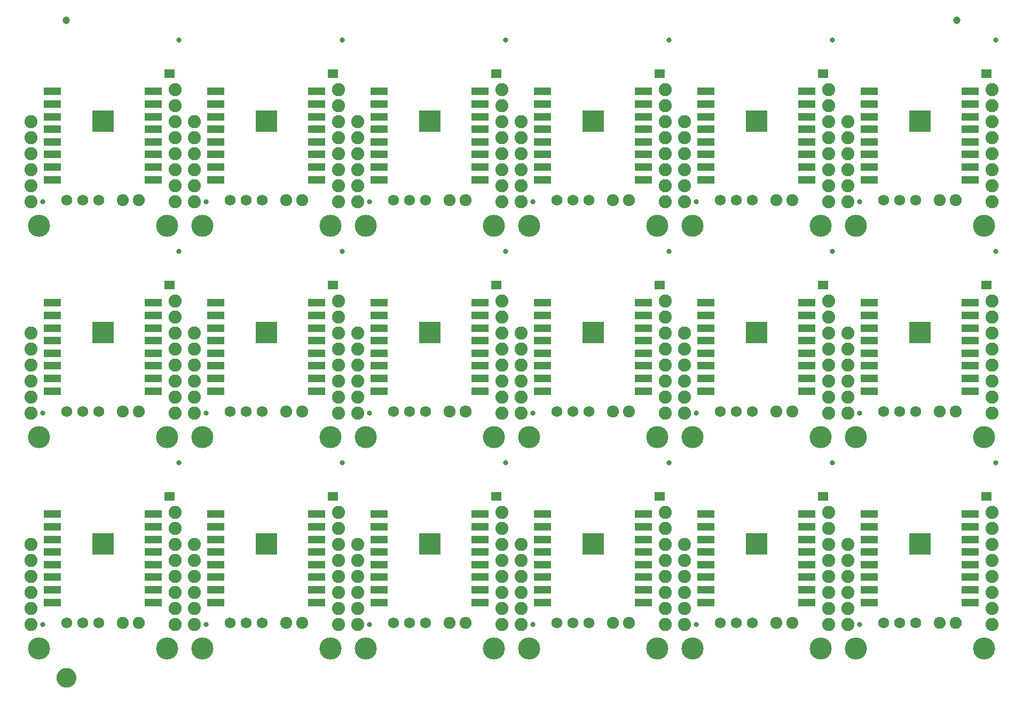
<source format=gbs>
G75*
%MOIN*%
%OFA0B0*%
%FSLAX25Y25*%
%IPPOS*%
%LPD*%
%AMOC8*
5,1,8,0,0,1.08239X$1,22.5*
%
%ADD10R,0.11036X0.05131*%
%ADD11R,0.13398X0.13398*%
%ADD12C,0.08200*%
%ADD13C,0.07550*%
%ADD14C,0.06800*%
%ADD15R,0.03300X0.05800*%
%ADD16C,0.03300*%
%ADD17C,0.13800*%
%ADD18C,0.04737*%
%ADD19C,0.05000*%
%ADD20C,0.06706*%
D10*
X0047254Y0067411D03*
X0047254Y0075285D03*
X0047254Y0083159D03*
X0047254Y0091033D03*
X0047254Y0098907D03*
X0047254Y0106781D03*
X0047254Y0114656D03*
X0047254Y0122530D03*
X0110246Y0122530D03*
X0110246Y0114656D03*
X0110246Y0106781D03*
X0110246Y0098907D03*
X0110246Y0091033D03*
X0110246Y0083159D03*
X0110246Y0075285D03*
X0110246Y0067411D03*
X0149254Y0067411D03*
X0149254Y0075285D03*
X0149254Y0083159D03*
X0149254Y0091033D03*
X0149254Y0098907D03*
X0149254Y0106781D03*
X0149254Y0114656D03*
X0149254Y0122530D03*
X0212246Y0122530D03*
X0212246Y0114656D03*
X0212246Y0106781D03*
X0212246Y0098907D03*
X0212246Y0091033D03*
X0212246Y0083159D03*
X0212246Y0075285D03*
X0212246Y0067411D03*
X0251254Y0067411D03*
X0251254Y0075285D03*
X0251254Y0083159D03*
X0251254Y0091033D03*
X0251254Y0098907D03*
X0251254Y0106781D03*
X0251254Y0114656D03*
X0251254Y0122530D03*
X0314246Y0122530D03*
X0314246Y0114656D03*
X0314246Y0106781D03*
X0314246Y0098907D03*
X0314246Y0091033D03*
X0314246Y0083159D03*
X0314246Y0075285D03*
X0314246Y0067411D03*
X0353254Y0067411D03*
X0353254Y0075285D03*
X0353254Y0083159D03*
X0353254Y0091033D03*
X0353254Y0098907D03*
X0353254Y0106781D03*
X0353254Y0114656D03*
X0353254Y0122530D03*
X0416246Y0122530D03*
X0416246Y0114656D03*
X0416246Y0106781D03*
X0416246Y0098907D03*
X0416246Y0091033D03*
X0416246Y0083159D03*
X0416246Y0075285D03*
X0416246Y0067411D03*
X0455254Y0067411D03*
X0455254Y0075285D03*
X0455254Y0083159D03*
X0455254Y0091033D03*
X0455254Y0098907D03*
X0455254Y0106781D03*
X0455254Y0114656D03*
X0455254Y0122530D03*
X0518246Y0122530D03*
X0518246Y0114656D03*
X0518246Y0106781D03*
X0518246Y0098907D03*
X0518246Y0091033D03*
X0518246Y0083159D03*
X0518246Y0075285D03*
X0518246Y0067411D03*
X0557254Y0067411D03*
X0557254Y0075285D03*
X0557254Y0083159D03*
X0557254Y0091033D03*
X0557254Y0098907D03*
X0557254Y0106781D03*
X0557254Y0114656D03*
X0557254Y0122530D03*
X0620246Y0122530D03*
X0620246Y0114656D03*
X0620246Y0106781D03*
X0620246Y0098907D03*
X0620246Y0091033D03*
X0620246Y0083159D03*
X0620246Y0075285D03*
X0620246Y0067411D03*
X0620246Y0199411D03*
X0620246Y0207285D03*
X0620246Y0215159D03*
X0620246Y0223033D03*
X0620246Y0230907D03*
X0620246Y0238781D03*
X0620246Y0246656D03*
X0620246Y0254530D03*
X0557254Y0254530D03*
X0557254Y0246656D03*
X0557254Y0238781D03*
X0557254Y0230907D03*
X0557254Y0223033D03*
X0557254Y0215159D03*
X0557254Y0207285D03*
X0557254Y0199411D03*
X0518246Y0199411D03*
X0518246Y0207285D03*
X0518246Y0215159D03*
X0518246Y0223033D03*
X0518246Y0230907D03*
X0518246Y0238781D03*
X0518246Y0246656D03*
X0518246Y0254530D03*
X0455254Y0254530D03*
X0455254Y0246656D03*
X0455254Y0238781D03*
X0455254Y0230907D03*
X0455254Y0223033D03*
X0455254Y0215159D03*
X0455254Y0207285D03*
X0455254Y0199411D03*
X0416246Y0199411D03*
X0416246Y0207285D03*
X0416246Y0215159D03*
X0416246Y0223033D03*
X0416246Y0230907D03*
X0416246Y0238781D03*
X0416246Y0246656D03*
X0416246Y0254530D03*
X0353254Y0254530D03*
X0353254Y0246656D03*
X0353254Y0238781D03*
X0353254Y0230907D03*
X0353254Y0223033D03*
X0353254Y0215159D03*
X0353254Y0207285D03*
X0353254Y0199411D03*
X0314246Y0199411D03*
X0314246Y0207285D03*
X0314246Y0215159D03*
X0314246Y0223033D03*
X0314246Y0230907D03*
X0314246Y0238781D03*
X0314246Y0246656D03*
X0314246Y0254530D03*
X0251254Y0254530D03*
X0251254Y0246656D03*
X0251254Y0238781D03*
X0251254Y0230907D03*
X0251254Y0223033D03*
X0251254Y0215159D03*
X0251254Y0207285D03*
X0251254Y0199411D03*
X0212246Y0199411D03*
X0212246Y0207285D03*
X0212246Y0215159D03*
X0212246Y0223033D03*
X0212246Y0230907D03*
X0212246Y0238781D03*
X0212246Y0246656D03*
X0212246Y0254530D03*
X0149254Y0254530D03*
X0149254Y0246656D03*
X0149254Y0238781D03*
X0149254Y0230907D03*
X0149254Y0223033D03*
X0149254Y0215159D03*
X0149254Y0207285D03*
X0149254Y0199411D03*
X0110246Y0199411D03*
X0110246Y0207285D03*
X0110246Y0215159D03*
X0110246Y0223033D03*
X0110246Y0230907D03*
X0110246Y0238781D03*
X0110246Y0246656D03*
X0110246Y0254530D03*
X0047254Y0254530D03*
X0047254Y0246656D03*
X0047254Y0238781D03*
X0047254Y0230907D03*
X0047254Y0223033D03*
X0047254Y0215159D03*
X0047254Y0207285D03*
X0047254Y0199411D03*
X0047254Y0331411D03*
X0047254Y0339285D03*
X0047254Y0347159D03*
X0047254Y0355033D03*
X0047254Y0362907D03*
X0047254Y0370781D03*
X0047254Y0378656D03*
X0047254Y0386530D03*
X0110246Y0386530D03*
X0110246Y0378656D03*
X0110246Y0370781D03*
X0110246Y0362907D03*
X0110246Y0355033D03*
X0110246Y0347159D03*
X0110246Y0339285D03*
X0110246Y0331411D03*
X0149254Y0331411D03*
X0149254Y0339285D03*
X0149254Y0347159D03*
X0149254Y0355033D03*
X0149254Y0362907D03*
X0149254Y0370781D03*
X0149254Y0378656D03*
X0149254Y0386530D03*
X0212246Y0386530D03*
X0212246Y0378656D03*
X0212246Y0370781D03*
X0212246Y0362907D03*
X0212246Y0355033D03*
X0212246Y0347159D03*
X0212246Y0339285D03*
X0212246Y0331411D03*
X0251254Y0331411D03*
X0251254Y0339285D03*
X0251254Y0347159D03*
X0251254Y0355033D03*
X0251254Y0362907D03*
X0251254Y0370781D03*
X0251254Y0378656D03*
X0251254Y0386530D03*
X0314246Y0386530D03*
X0314246Y0378656D03*
X0314246Y0370781D03*
X0314246Y0362907D03*
X0314246Y0355033D03*
X0314246Y0347159D03*
X0314246Y0339285D03*
X0314246Y0331411D03*
X0353254Y0331411D03*
X0353254Y0339285D03*
X0353254Y0347159D03*
X0353254Y0355033D03*
X0353254Y0362907D03*
X0353254Y0370781D03*
X0353254Y0378656D03*
X0353254Y0386530D03*
X0416246Y0386530D03*
X0416246Y0378656D03*
X0416246Y0370781D03*
X0416246Y0362907D03*
X0416246Y0355033D03*
X0416246Y0347159D03*
X0416246Y0339285D03*
X0416246Y0331411D03*
X0455254Y0331411D03*
X0455254Y0339285D03*
X0455254Y0347159D03*
X0455254Y0355033D03*
X0455254Y0362907D03*
X0455254Y0370781D03*
X0455254Y0378656D03*
X0455254Y0386530D03*
X0518246Y0386530D03*
X0518246Y0378656D03*
X0518246Y0370781D03*
X0518246Y0362907D03*
X0518246Y0355033D03*
X0518246Y0347159D03*
X0518246Y0339285D03*
X0518246Y0331411D03*
X0557254Y0331411D03*
X0557254Y0339285D03*
X0557254Y0347159D03*
X0557254Y0355033D03*
X0557254Y0362907D03*
X0557254Y0370781D03*
X0557254Y0378656D03*
X0557254Y0386530D03*
X0620246Y0386530D03*
X0620246Y0378656D03*
X0620246Y0370781D03*
X0620246Y0362907D03*
X0620246Y0355033D03*
X0620246Y0347159D03*
X0620246Y0339285D03*
X0620246Y0331411D03*
D11*
X0588750Y0368026D03*
X0486750Y0368026D03*
X0384750Y0368026D03*
X0282750Y0368026D03*
X0180750Y0368026D03*
X0078750Y0368026D03*
X0078750Y0236026D03*
X0180750Y0236026D03*
X0282750Y0236026D03*
X0384750Y0236026D03*
X0486750Y0236026D03*
X0588750Y0236026D03*
X0588750Y0104026D03*
X0486750Y0104026D03*
X0384750Y0104026D03*
X0282750Y0104026D03*
X0180750Y0104026D03*
X0078750Y0104026D03*
D12*
X0033750Y0103750D03*
X0033750Y0093750D03*
X0033750Y0083750D03*
X0033750Y0073750D03*
X0033750Y0063750D03*
X0033750Y0053750D03*
X0123750Y0053750D03*
X0123750Y0063750D03*
X0135750Y0063750D03*
X0135750Y0053750D03*
X0135750Y0073750D03*
X0135750Y0083750D03*
X0135750Y0093750D03*
X0135750Y0103750D03*
X0123750Y0103750D03*
X0123750Y0093750D03*
X0123750Y0083750D03*
X0123750Y0073750D03*
X0123750Y0113750D03*
X0123750Y0123750D03*
X0123750Y0185750D03*
X0123750Y0195750D03*
X0123750Y0205750D03*
X0123750Y0215750D03*
X0123750Y0225750D03*
X0123750Y0235750D03*
X0135750Y0235750D03*
X0135750Y0225750D03*
X0135750Y0215750D03*
X0135750Y0205750D03*
X0135750Y0195750D03*
X0135750Y0185750D03*
X0225750Y0185750D03*
X0225750Y0195750D03*
X0225750Y0205750D03*
X0225750Y0215750D03*
X0225750Y0225750D03*
X0225750Y0235750D03*
X0237750Y0235750D03*
X0237750Y0225750D03*
X0237750Y0215750D03*
X0237750Y0205750D03*
X0237750Y0195750D03*
X0237750Y0185750D03*
X0225750Y0123750D03*
X0225750Y0113750D03*
X0225750Y0103750D03*
X0225750Y0093750D03*
X0225750Y0083750D03*
X0225750Y0073750D03*
X0237750Y0073750D03*
X0237750Y0083750D03*
X0237750Y0093750D03*
X0237750Y0103750D03*
X0237750Y0063750D03*
X0237750Y0053750D03*
X0225750Y0053750D03*
X0225750Y0063750D03*
X0327750Y0063750D03*
X0339750Y0063750D03*
X0339750Y0053750D03*
X0327750Y0053750D03*
X0327750Y0073750D03*
X0339750Y0073750D03*
X0339750Y0083750D03*
X0327750Y0083750D03*
X0327750Y0093750D03*
X0339750Y0093750D03*
X0339750Y0103750D03*
X0327750Y0103750D03*
X0327750Y0113750D03*
X0327750Y0123750D03*
X0327750Y0185750D03*
X0339750Y0185750D03*
X0339750Y0195750D03*
X0327750Y0195750D03*
X0327750Y0205750D03*
X0339750Y0205750D03*
X0339750Y0215750D03*
X0327750Y0215750D03*
X0327750Y0225750D03*
X0339750Y0225750D03*
X0339750Y0235750D03*
X0327750Y0235750D03*
X0327750Y0245750D03*
X0327750Y0255750D03*
X0327750Y0317750D03*
X0339750Y0317750D03*
X0339750Y0327750D03*
X0327750Y0327750D03*
X0327750Y0337750D03*
X0339750Y0337750D03*
X0339750Y0347750D03*
X0327750Y0347750D03*
X0327750Y0357750D03*
X0339750Y0357750D03*
X0339750Y0367750D03*
X0327750Y0367750D03*
X0327750Y0377750D03*
X0327750Y0387750D03*
X0237750Y0367750D03*
X0237750Y0357750D03*
X0237750Y0347750D03*
X0237750Y0337750D03*
X0237750Y0327750D03*
X0237750Y0317750D03*
X0225750Y0317750D03*
X0225750Y0327750D03*
X0225750Y0337750D03*
X0225750Y0347750D03*
X0225750Y0357750D03*
X0225750Y0367750D03*
X0225750Y0377750D03*
X0225750Y0387750D03*
X0135750Y0367750D03*
X0135750Y0357750D03*
X0135750Y0347750D03*
X0135750Y0337750D03*
X0135750Y0327750D03*
X0135750Y0317750D03*
X0123750Y0317750D03*
X0123750Y0327750D03*
X0123750Y0337750D03*
X0123750Y0347750D03*
X0123750Y0357750D03*
X0123750Y0367750D03*
X0123750Y0377750D03*
X0123750Y0387750D03*
X0033750Y0367750D03*
X0033750Y0357750D03*
X0033750Y0347750D03*
X0033750Y0337750D03*
X0033750Y0327750D03*
X0033750Y0317750D03*
X0123750Y0255750D03*
X0123750Y0245750D03*
X0033750Y0235750D03*
X0033750Y0225750D03*
X0033750Y0215750D03*
X0033750Y0205750D03*
X0033750Y0195750D03*
X0033750Y0185750D03*
X0225750Y0245750D03*
X0225750Y0255750D03*
X0429750Y0255750D03*
X0429750Y0245750D03*
X0429750Y0235750D03*
X0429750Y0225750D03*
X0429750Y0215750D03*
X0429750Y0205750D03*
X0429750Y0195750D03*
X0429750Y0185750D03*
X0441750Y0185750D03*
X0441750Y0195750D03*
X0441750Y0205750D03*
X0441750Y0215750D03*
X0441750Y0225750D03*
X0441750Y0235750D03*
X0531750Y0235750D03*
X0531750Y0225750D03*
X0531750Y0215750D03*
X0531750Y0205750D03*
X0531750Y0195750D03*
X0531750Y0185750D03*
X0543750Y0185750D03*
X0543750Y0195750D03*
X0543750Y0205750D03*
X0543750Y0215750D03*
X0543750Y0225750D03*
X0543750Y0235750D03*
X0531750Y0245750D03*
X0531750Y0255750D03*
X0531750Y0317750D03*
X0531750Y0327750D03*
X0531750Y0337750D03*
X0531750Y0347750D03*
X0531750Y0357750D03*
X0531750Y0367750D03*
X0531750Y0377750D03*
X0531750Y0387750D03*
X0543750Y0367750D03*
X0543750Y0357750D03*
X0543750Y0347750D03*
X0543750Y0337750D03*
X0543750Y0327750D03*
X0543750Y0317750D03*
X0633750Y0317750D03*
X0633750Y0327750D03*
X0633750Y0337750D03*
X0633750Y0347750D03*
X0633750Y0357750D03*
X0633750Y0367750D03*
X0633750Y0377750D03*
X0633750Y0387750D03*
X0633750Y0255750D03*
X0633750Y0245750D03*
X0633750Y0235750D03*
X0633750Y0225750D03*
X0633750Y0215750D03*
X0633750Y0205750D03*
X0633750Y0195750D03*
X0633750Y0185750D03*
X0633750Y0123750D03*
X0633750Y0113750D03*
X0633750Y0103750D03*
X0633750Y0093750D03*
X0633750Y0083750D03*
X0633750Y0073750D03*
X0633750Y0063750D03*
X0633750Y0053750D03*
X0543750Y0053750D03*
X0543750Y0063750D03*
X0531750Y0063750D03*
X0531750Y0053750D03*
X0531750Y0073750D03*
X0531750Y0083750D03*
X0531750Y0093750D03*
X0531750Y0103750D03*
X0531750Y0113750D03*
X0531750Y0123750D03*
X0543750Y0103750D03*
X0543750Y0093750D03*
X0543750Y0083750D03*
X0543750Y0073750D03*
X0441750Y0073750D03*
X0441750Y0083750D03*
X0441750Y0093750D03*
X0441750Y0103750D03*
X0429750Y0103750D03*
X0429750Y0093750D03*
X0429750Y0083750D03*
X0429750Y0073750D03*
X0429750Y0063750D03*
X0429750Y0053750D03*
X0441750Y0053750D03*
X0441750Y0063750D03*
X0429750Y0113750D03*
X0429750Y0123750D03*
X0429750Y0317750D03*
X0429750Y0327750D03*
X0429750Y0337750D03*
X0429750Y0347750D03*
X0429750Y0357750D03*
X0429750Y0367750D03*
X0429750Y0377750D03*
X0429750Y0387750D03*
X0441750Y0367750D03*
X0441750Y0357750D03*
X0441750Y0347750D03*
X0441750Y0337750D03*
X0441750Y0327750D03*
X0441750Y0317750D03*
D13*
X0407250Y0318750D03*
X0397250Y0318750D03*
X0305250Y0318750D03*
X0295250Y0318750D03*
X0203250Y0318750D03*
X0193250Y0318750D03*
X0101250Y0318750D03*
X0091250Y0318750D03*
X0091250Y0186750D03*
X0101250Y0186750D03*
X0193250Y0186750D03*
X0203250Y0186750D03*
X0295250Y0186750D03*
X0305250Y0186750D03*
X0397250Y0186750D03*
X0407250Y0186750D03*
X0499250Y0186750D03*
X0509250Y0186750D03*
X0601250Y0186750D03*
X0611250Y0186750D03*
X0611250Y0318750D03*
X0601250Y0318750D03*
X0509250Y0318750D03*
X0499250Y0318750D03*
X0499250Y0054750D03*
X0509250Y0054750D03*
X0601250Y0054750D03*
X0611250Y0054750D03*
X0407250Y0054750D03*
X0397250Y0054750D03*
X0305250Y0054750D03*
X0295250Y0054750D03*
X0203250Y0054750D03*
X0193250Y0054750D03*
X0101250Y0054750D03*
X0091250Y0054750D03*
D14*
X0076250Y0054750D03*
X0066250Y0054750D03*
X0056250Y0054750D03*
X0158250Y0054750D03*
X0168250Y0054750D03*
X0178250Y0054750D03*
X0260250Y0054750D03*
X0270250Y0054750D03*
X0280250Y0054750D03*
X0362250Y0054750D03*
X0372250Y0054750D03*
X0382250Y0054750D03*
X0464250Y0054750D03*
X0474250Y0054750D03*
X0484250Y0054750D03*
X0566250Y0054750D03*
X0576250Y0054750D03*
X0586250Y0054750D03*
X0586250Y0186750D03*
X0576250Y0186750D03*
X0566250Y0186750D03*
X0484250Y0186750D03*
X0474250Y0186750D03*
X0464250Y0186750D03*
X0382250Y0186750D03*
X0372250Y0186750D03*
X0362250Y0186750D03*
X0280250Y0186750D03*
X0270250Y0186750D03*
X0260250Y0186750D03*
X0178250Y0186750D03*
X0168250Y0186750D03*
X0158250Y0186750D03*
X0076250Y0186750D03*
X0066250Y0186750D03*
X0056250Y0186750D03*
X0056250Y0318750D03*
X0066250Y0318750D03*
X0076250Y0318750D03*
X0158250Y0318750D03*
X0168250Y0318750D03*
X0178250Y0318750D03*
X0260250Y0318750D03*
X0270250Y0318750D03*
X0280250Y0318750D03*
X0362250Y0318750D03*
X0372250Y0318750D03*
X0382250Y0318750D03*
X0464250Y0318750D03*
X0474250Y0318750D03*
X0484250Y0318750D03*
X0566250Y0318750D03*
X0576250Y0318750D03*
X0586250Y0318750D03*
D15*
X0628650Y0265750D03*
X0631850Y0265750D03*
X0529850Y0265750D03*
X0526650Y0265750D03*
X0427850Y0265750D03*
X0424650Y0265750D03*
X0325850Y0265750D03*
X0322650Y0265750D03*
X0223850Y0265750D03*
X0220650Y0265750D03*
X0121850Y0265750D03*
X0118650Y0265750D03*
X0118650Y0397750D03*
X0121850Y0397750D03*
X0220650Y0397750D03*
X0223850Y0397750D03*
X0322650Y0397750D03*
X0325850Y0397750D03*
X0424650Y0397750D03*
X0427850Y0397750D03*
X0526650Y0397750D03*
X0529850Y0397750D03*
X0628650Y0397750D03*
X0631850Y0397750D03*
X0631850Y0133750D03*
X0628650Y0133750D03*
X0529850Y0133750D03*
X0526650Y0133750D03*
X0427850Y0133750D03*
X0424650Y0133750D03*
X0325850Y0133750D03*
X0322650Y0133750D03*
X0223850Y0133750D03*
X0220650Y0133750D03*
X0121850Y0133750D03*
X0118650Y0133750D03*
D16*
X0126250Y0154750D03*
X0143250Y0185750D03*
X0228250Y0154750D03*
X0245250Y0185750D03*
X0330250Y0154750D03*
X0347250Y0185750D03*
X0432250Y0154750D03*
X0449250Y0185750D03*
X0534250Y0154750D03*
X0551250Y0185750D03*
X0636250Y0154750D03*
X0551250Y0053750D03*
X0449250Y0053750D03*
X0347250Y0053750D03*
X0245250Y0053750D03*
X0143250Y0053750D03*
X0041250Y0053750D03*
X0041250Y0185750D03*
X0126250Y0286750D03*
X0143250Y0317750D03*
X0228250Y0286750D03*
X0245250Y0317750D03*
X0330250Y0286750D03*
X0347250Y0317750D03*
X0432250Y0286750D03*
X0449250Y0317750D03*
X0534250Y0286750D03*
X0551250Y0317750D03*
X0636250Y0286750D03*
X0636250Y0418750D03*
X0534250Y0418750D03*
X0432250Y0418750D03*
X0330250Y0418750D03*
X0228250Y0418750D03*
X0126250Y0418750D03*
X0041250Y0317750D03*
D17*
X0038750Y0038750D03*
X0118750Y0038750D03*
X0140750Y0038750D03*
X0220750Y0038750D03*
X0242750Y0038750D03*
X0322750Y0038750D03*
X0344750Y0038750D03*
X0424750Y0038750D03*
X0446750Y0038750D03*
X0526750Y0038750D03*
X0548750Y0038750D03*
X0628750Y0038750D03*
X0628750Y0170750D03*
X0548750Y0170750D03*
X0526750Y0170750D03*
X0446750Y0170750D03*
X0424750Y0170750D03*
X0344750Y0170750D03*
X0322750Y0170750D03*
X0242750Y0170750D03*
X0220750Y0170750D03*
X0140750Y0170750D03*
X0118750Y0170750D03*
X0038750Y0170750D03*
X0038750Y0302750D03*
X0118750Y0302750D03*
X0140750Y0302750D03*
X0220750Y0302750D03*
X0242750Y0302750D03*
X0322750Y0302750D03*
X0344750Y0302750D03*
X0424750Y0302750D03*
X0446750Y0302750D03*
X0526750Y0302750D03*
X0548750Y0302750D03*
X0628750Y0302750D03*
D18*
X0611750Y0431000D03*
X0055750Y0431000D03*
D19*
X0052185Y0020500D02*
X0052187Y0020619D01*
X0052193Y0020738D01*
X0052203Y0020857D01*
X0052217Y0020975D01*
X0052235Y0021093D01*
X0052256Y0021210D01*
X0052282Y0021326D01*
X0052312Y0021442D01*
X0052345Y0021556D01*
X0052382Y0021669D01*
X0052423Y0021781D01*
X0052468Y0021892D01*
X0052516Y0022001D01*
X0052568Y0022108D01*
X0052624Y0022213D01*
X0052683Y0022317D01*
X0052745Y0022418D01*
X0052811Y0022518D01*
X0052880Y0022615D01*
X0052952Y0022709D01*
X0053028Y0022802D01*
X0053106Y0022891D01*
X0053187Y0022978D01*
X0053272Y0023063D01*
X0053359Y0023144D01*
X0053448Y0023222D01*
X0053541Y0023298D01*
X0053635Y0023370D01*
X0053732Y0023439D01*
X0053832Y0023505D01*
X0053933Y0023567D01*
X0054037Y0023626D01*
X0054142Y0023682D01*
X0054249Y0023734D01*
X0054358Y0023782D01*
X0054469Y0023827D01*
X0054581Y0023868D01*
X0054694Y0023905D01*
X0054808Y0023938D01*
X0054924Y0023968D01*
X0055040Y0023994D01*
X0055157Y0024015D01*
X0055275Y0024033D01*
X0055393Y0024047D01*
X0055512Y0024057D01*
X0055631Y0024063D01*
X0055750Y0024065D01*
X0055869Y0024063D01*
X0055988Y0024057D01*
X0056107Y0024047D01*
X0056225Y0024033D01*
X0056343Y0024015D01*
X0056460Y0023994D01*
X0056576Y0023968D01*
X0056692Y0023938D01*
X0056806Y0023905D01*
X0056919Y0023868D01*
X0057031Y0023827D01*
X0057142Y0023782D01*
X0057251Y0023734D01*
X0057358Y0023682D01*
X0057463Y0023626D01*
X0057567Y0023567D01*
X0057668Y0023505D01*
X0057768Y0023439D01*
X0057865Y0023370D01*
X0057959Y0023298D01*
X0058052Y0023222D01*
X0058141Y0023144D01*
X0058228Y0023063D01*
X0058313Y0022978D01*
X0058394Y0022891D01*
X0058472Y0022802D01*
X0058548Y0022709D01*
X0058620Y0022615D01*
X0058689Y0022518D01*
X0058755Y0022418D01*
X0058817Y0022317D01*
X0058876Y0022213D01*
X0058932Y0022108D01*
X0058984Y0022001D01*
X0059032Y0021892D01*
X0059077Y0021781D01*
X0059118Y0021669D01*
X0059155Y0021556D01*
X0059188Y0021442D01*
X0059218Y0021326D01*
X0059244Y0021210D01*
X0059265Y0021093D01*
X0059283Y0020975D01*
X0059297Y0020857D01*
X0059307Y0020738D01*
X0059313Y0020619D01*
X0059315Y0020500D01*
X0059313Y0020381D01*
X0059307Y0020262D01*
X0059297Y0020143D01*
X0059283Y0020025D01*
X0059265Y0019907D01*
X0059244Y0019790D01*
X0059218Y0019674D01*
X0059188Y0019558D01*
X0059155Y0019444D01*
X0059118Y0019331D01*
X0059077Y0019219D01*
X0059032Y0019108D01*
X0058984Y0018999D01*
X0058932Y0018892D01*
X0058876Y0018787D01*
X0058817Y0018683D01*
X0058755Y0018582D01*
X0058689Y0018482D01*
X0058620Y0018385D01*
X0058548Y0018291D01*
X0058472Y0018198D01*
X0058394Y0018109D01*
X0058313Y0018022D01*
X0058228Y0017937D01*
X0058141Y0017856D01*
X0058052Y0017778D01*
X0057959Y0017702D01*
X0057865Y0017630D01*
X0057768Y0017561D01*
X0057668Y0017495D01*
X0057567Y0017433D01*
X0057463Y0017374D01*
X0057358Y0017318D01*
X0057251Y0017266D01*
X0057142Y0017218D01*
X0057031Y0017173D01*
X0056919Y0017132D01*
X0056806Y0017095D01*
X0056692Y0017062D01*
X0056576Y0017032D01*
X0056460Y0017006D01*
X0056343Y0016985D01*
X0056225Y0016967D01*
X0056107Y0016953D01*
X0055988Y0016943D01*
X0055869Y0016937D01*
X0055750Y0016935D01*
X0055631Y0016937D01*
X0055512Y0016943D01*
X0055393Y0016953D01*
X0055275Y0016967D01*
X0055157Y0016985D01*
X0055040Y0017006D01*
X0054924Y0017032D01*
X0054808Y0017062D01*
X0054694Y0017095D01*
X0054581Y0017132D01*
X0054469Y0017173D01*
X0054358Y0017218D01*
X0054249Y0017266D01*
X0054142Y0017318D01*
X0054037Y0017374D01*
X0053933Y0017433D01*
X0053832Y0017495D01*
X0053732Y0017561D01*
X0053635Y0017630D01*
X0053541Y0017702D01*
X0053448Y0017778D01*
X0053359Y0017856D01*
X0053272Y0017937D01*
X0053187Y0018022D01*
X0053106Y0018109D01*
X0053028Y0018198D01*
X0052952Y0018291D01*
X0052880Y0018385D01*
X0052811Y0018482D01*
X0052745Y0018582D01*
X0052683Y0018683D01*
X0052624Y0018787D01*
X0052568Y0018892D01*
X0052516Y0018999D01*
X0052468Y0019108D01*
X0052423Y0019219D01*
X0052382Y0019331D01*
X0052345Y0019444D01*
X0052312Y0019558D01*
X0052282Y0019674D01*
X0052256Y0019790D01*
X0052235Y0019907D01*
X0052217Y0020025D01*
X0052203Y0020143D01*
X0052193Y0020262D01*
X0052187Y0020381D01*
X0052185Y0020500D01*
D20*
X0055750Y0020500D03*
M02*

</source>
